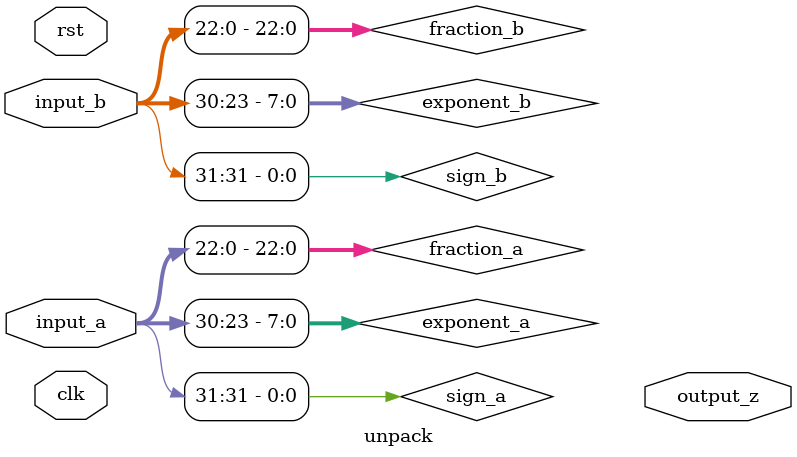
<source format=v>
module unpack (
    input [31:0] input_a,
    input [31:0] input_b,
    output [31:0] output_z,
    input clk,
    input rst
);
  /*
    sign  | exponent | fraction
    1bit  |  8bits   |  23bits
    */

  wire sign_a;
  wire sign_b;

  wire [7:0] exponent_a;
  wire [7:0] exponent_b;
  wire [7:0] exponent_sum;

  wire [22:0] fraction_a;
  wire [22:0] fraction_b;

  assign sign_a = input_a[31];
  assign sign_b = input_b[31];

  assign exponent_a = input_a[30:23];
  assign exponent_b = input_b[30:23];

  assign fraction_a = input_a[22:0];
  assign fraction_b = input_b[22:0];

  assign exponent_sum = exponent_a + exponent_b + 1 - 128;  // sub the bias:127 in ieee

endmodule



</source>
